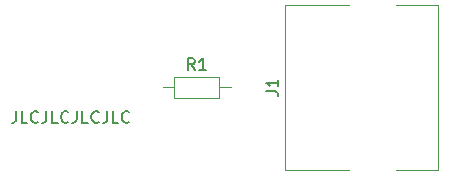
<source format=gto>
%TF.GenerationSoftware,KiCad,Pcbnew,(6.0.4-0)*%
%TF.CreationDate,2022-04-07T00:05:43-04:00*%
%TF.ProjectId,adb-usb-converter,6164622d-7573-4622-9d63-6f6e76657274,rev?*%
%TF.SameCoordinates,Original*%
%TF.FileFunction,Legend,Top*%
%TF.FilePolarity,Positive*%
%FSLAX46Y46*%
G04 Gerber Fmt 4.6, Leading zero omitted, Abs format (unit mm)*
G04 Created by KiCad (PCBNEW (6.0.4-0)) date 2022-04-07 00:05:43*
%MOMM*%
%LPD*%
G01*
G04 APERTURE LIST*
%ADD10C,0.150000*%
%ADD11C,0.120000*%
%ADD12C,2.000000*%
%ADD13C,4.000000*%
%ADD14C,1.600000*%
%ADD15R,1.600000X1.600000*%
%ADD16O,1.400000X1.400000*%
%ADD17C,1.400000*%
G04 APERTURE END LIST*
D10*
X114760952Y-1992380D02*
X114760952Y-2706666D01*
X114713333Y-2849523D01*
X114618095Y-2944761D01*
X114475238Y-2992380D01*
X114380000Y-2992380D01*
X115713333Y-2992380D02*
X115237142Y-2992380D01*
X115237142Y-1992380D01*
X116618095Y-2897142D02*
X116570476Y-2944761D01*
X116427619Y-2992380D01*
X116332380Y-2992380D01*
X116189523Y-2944761D01*
X116094285Y-2849523D01*
X116046666Y-2754285D01*
X115999047Y-2563809D01*
X115999047Y-2420952D01*
X116046666Y-2230476D01*
X116094285Y-2135238D01*
X116189523Y-2040000D01*
X116332380Y-1992380D01*
X116427619Y-1992380D01*
X116570476Y-2040000D01*
X116618095Y-2087619D01*
X117332380Y-1992380D02*
X117332380Y-2706666D01*
X117284761Y-2849523D01*
X117189523Y-2944761D01*
X117046666Y-2992380D01*
X116951428Y-2992380D01*
X118284761Y-2992380D02*
X117808571Y-2992380D01*
X117808571Y-1992380D01*
X119189523Y-2897142D02*
X119141904Y-2944761D01*
X118999047Y-2992380D01*
X118903809Y-2992380D01*
X118760952Y-2944761D01*
X118665714Y-2849523D01*
X118618095Y-2754285D01*
X118570476Y-2563809D01*
X118570476Y-2420952D01*
X118618095Y-2230476D01*
X118665714Y-2135238D01*
X118760952Y-2040000D01*
X118903809Y-1992380D01*
X118999047Y-1992380D01*
X119141904Y-2040000D01*
X119189523Y-2087619D01*
X119903809Y-1992380D02*
X119903809Y-2706666D01*
X119856190Y-2849523D01*
X119760952Y-2944761D01*
X119618095Y-2992380D01*
X119522857Y-2992380D01*
X120856190Y-2992380D02*
X120380000Y-2992380D01*
X120380000Y-1992380D01*
X121760952Y-2897142D02*
X121713333Y-2944761D01*
X121570476Y-2992380D01*
X121475238Y-2992380D01*
X121332380Y-2944761D01*
X121237142Y-2849523D01*
X121189523Y-2754285D01*
X121141904Y-2563809D01*
X121141904Y-2420952D01*
X121189523Y-2230476D01*
X121237142Y-2135238D01*
X121332380Y-2040000D01*
X121475238Y-1992380D01*
X121570476Y-1992380D01*
X121713333Y-2040000D01*
X121760952Y-2087619D01*
X122475238Y-1992380D02*
X122475238Y-2706666D01*
X122427619Y-2849523D01*
X122332380Y-2944761D01*
X122189523Y-2992380D01*
X122094285Y-2992380D01*
X123427619Y-2992380D02*
X122951428Y-2992380D01*
X122951428Y-1992380D01*
X124332380Y-2897142D02*
X124284761Y-2944761D01*
X124141904Y-2992380D01*
X124046666Y-2992380D01*
X123903809Y-2944761D01*
X123808571Y-2849523D01*
X123760952Y-2754285D01*
X123713333Y-2563809D01*
X123713333Y-2420952D01*
X123760952Y-2230476D01*
X123808571Y-2135238D01*
X123903809Y-2040000D01*
X124046666Y-1992380D01*
X124141904Y-1992380D01*
X124284761Y-2040000D01*
X124332380Y-2087619D01*
%TO.C,J1*%
X135952380Y-333333D02*
X136666666Y-333333D01*
X136809523Y-380952D01*
X136904761Y-476190D01*
X136952380Y-619047D01*
X136952380Y-714285D01*
X136952380Y666666D02*
X136952380Y95238D01*
X136952380Y380952D02*
X135952380Y380952D01*
X136095238Y285714D01*
X136190476Y190476D01*
X136238095Y95238D01*
%TO.C,R1*%
X129881333Y1467619D02*
X129548000Y1943809D01*
X129309904Y1467619D02*
X129309904Y2467619D01*
X129690857Y2467619D01*
X129786095Y2420000D01*
X129833714Y2372380D01*
X129881333Y2277142D01*
X129881333Y2134285D01*
X129833714Y2039047D01*
X129786095Y1991428D01*
X129690857Y1943809D01*
X129309904Y1943809D01*
X130833714Y1467619D02*
X130262285Y1467619D01*
X130548000Y1467619D02*
X130548000Y2467619D01*
X130452761Y2324761D01*
X130357523Y2229523D01*
X130262285Y2181904D01*
D11*
%TO.C,J1*%
X150450000Y7000000D02*
X150450000Y-7000000D01*
X150450000Y-7000000D02*
X137550000Y-7000000D01*
X137550000Y-7000000D02*
X137550000Y7000000D01*
X137550000Y7000000D02*
X150450000Y7000000D01*
%TO.C,R1*%
X128128000Y920000D02*
X128128000Y-920000D01*
X128128000Y-920000D02*
X131968000Y-920000D01*
X131968000Y-920000D02*
X131968000Y920000D01*
X131968000Y920000D02*
X128128000Y920000D01*
X127178000Y0D02*
X128128000Y0D01*
X132918000Y0D02*
X131968000Y0D01*
%TD*%
%LPC*%
D12*
%TO.C,J1*%
X139450000Y-3400000D03*
X139450000Y3400000D03*
X141950000Y-3400000D03*
X141950000Y3400000D03*
D13*
X145750000Y0D03*
X144950000Y-6750000D03*
X144950000Y6750000D03*
%TD*%
D14*
%TO.C,U1*%
X106965001Y7620000D03*
X109505001Y7620000D03*
X112045001Y7620000D03*
X114585001Y7620000D03*
X117125001Y7620000D03*
X119665001Y7620000D03*
X122205001Y7620000D03*
X124745001Y7620000D03*
X127285001Y7620000D03*
X129825001Y7620000D03*
X132365001Y7620000D03*
X134905001Y7620000D03*
X134905001Y-7620000D03*
X132365001Y-7620000D03*
X129825001Y-7620000D03*
X127285001Y-7620000D03*
X124745001Y-7620000D03*
X122205001Y-7620000D03*
X119665001Y-7620000D03*
X117125001Y-7620000D03*
X114585001Y-7620000D03*
X112045001Y-7620000D03*
X109505001Y-7620000D03*
D15*
X106965001Y-7620000D03*
%TD*%
D16*
%TO.C,R1*%
X133858000Y0D03*
D17*
X126238000Y0D03*
%TD*%
M02*

</source>
